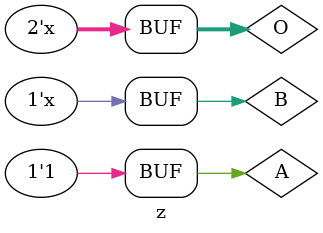
<source format=v>
module z();

wire [1:0] O;
reg A, B;

assign O = A + B;

initial begin
    A = 1'b1; B = 1'bz;
    $monitor ("%b", O);
end

endmodule
</source>
